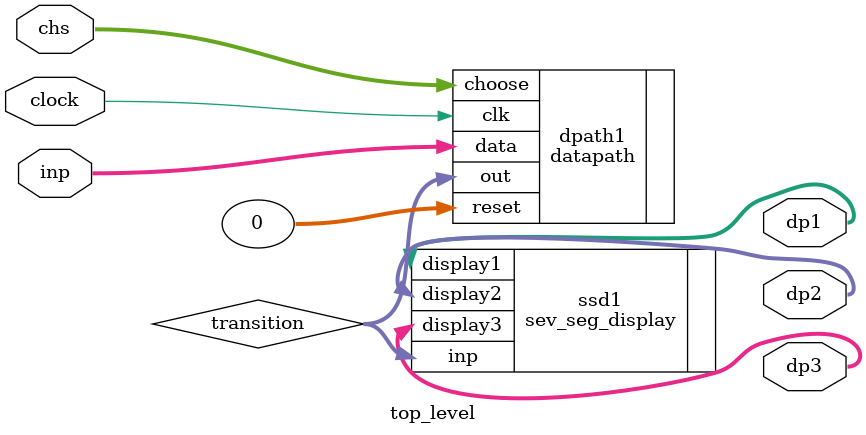
<source format=v>



module top_level #(parameter W = 8)( // to show datapath in FPGA
input [W-1:0] inp,
input clock,
input [1:0] chs,
output [6:0] dp1,
output [6:0] dp2,
output [6:0] dp3
);

wire [W-1:0] transition;
datapath dpath1(.data(inp),.clk(clock),.reset(0),.choose(chs),.out(transition)); 
sev_seg_display ssd1(.inp(transition),.display1(dp1),.display2(dp2),.display3(dp3));  		// connect output of the datapath to input of the 7 segment display


endmodule


</source>
